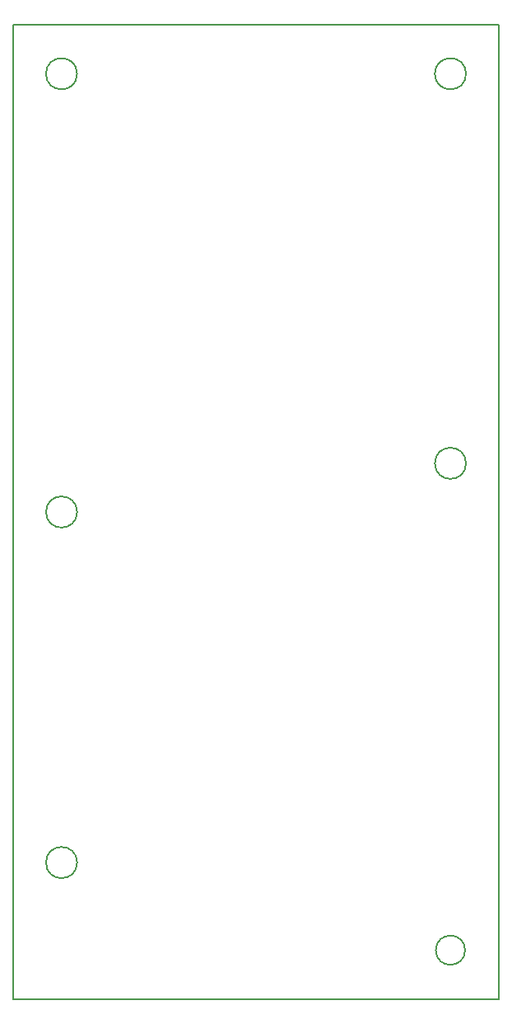
<source format=gm1>
G04 #@! TF.FileFunction,Profile,NP*
%FSLAX46Y46*%
G04 Gerber Fmt 4.6, Leading zero omitted, Abs format (unit mm)*
G04 Created by KiCad (PCBNEW 4.0.4+dfsg1-stable) date Wed Nov  9 14:37:23 2016*
%MOMM*%
%LPD*%
G01*
G04 APERTURE LIST*
%ADD10C,0.100000*%
%ADD11C,0.150000*%
G04 APERTURE END LIST*
D10*
D11*
X81600000Y-136000000D02*
G75*
G03X81600000Y-136000000I-1600000J0D01*
G01*
X81600000Y-100000000D02*
G75*
G03X81600000Y-100000000I-1600000J0D01*
G01*
X121600000Y-95000000D02*
G75*
G03X121600000Y-95000000I-1600000J0D01*
G01*
X121500000Y-145000000D02*
G75*
G03X121500000Y-145000000I-1500000J0D01*
G01*
X121600000Y-55000000D02*
G75*
G03X121600000Y-55000000I-1600000J0D01*
G01*
X81600000Y-55000000D02*
G75*
G03X81600000Y-55000000I-1600000J0D01*
G01*
X75000000Y-150000000D02*
X75000000Y-50000000D01*
X125000000Y-150000000D02*
X75000000Y-150000000D01*
X125000000Y-50000000D02*
X125000000Y-150000000D01*
X75000000Y-50000000D02*
X125000000Y-50000000D01*
M02*

</source>
